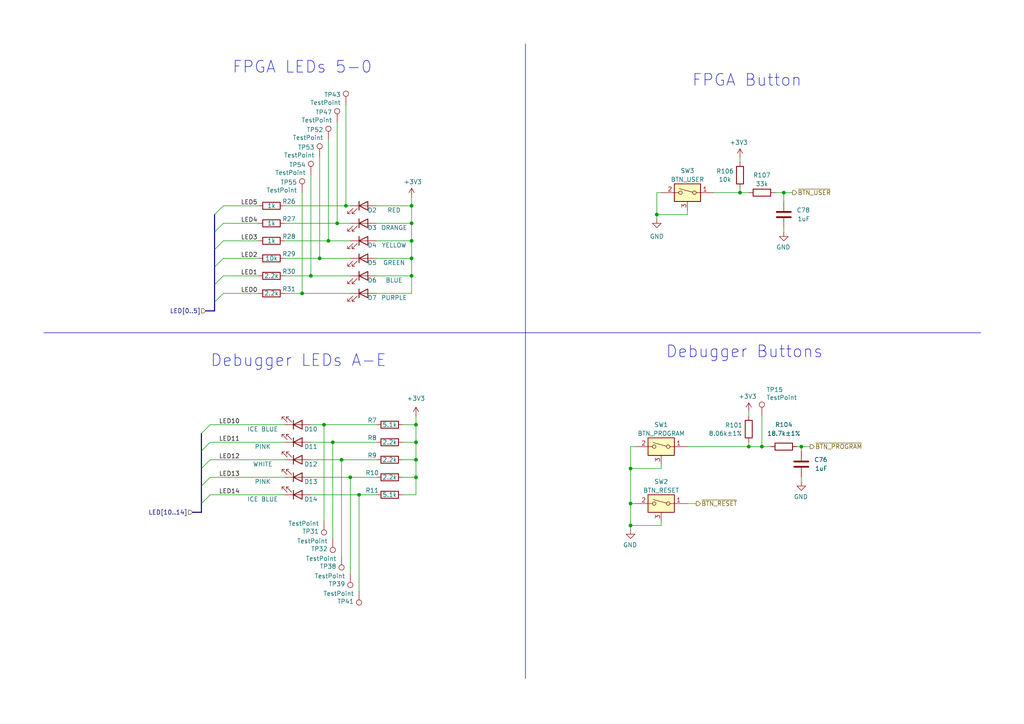
<source format=kicad_sch>
(kicad_sch (version 20230121) (generator eeschema)
  (paper "A4")
  (title_block (title "Cynthion") (date "${DATE}") (rev "${VERSION}") (company "Copyright 2019-2023 Great Scott Gadgets") (comment 1 "Licensed under the CERN-OHL-P v2"))
  (lib_symbols
    (symbol "Connector:TestPoint" (pin_numbers hide) (pin_names (offset 0.762) hide)
      (property "Reference" "TP" (at 0 6.858 0))
      (property "Value" "TestPoint" (at 0 5.08 0))
      (symbol "TestPoint_0_1"
        (circle (center 0 3.302) (radius 0.762))
      )
      (symbol "TestPoint_1_1"
        (pin passive line (at 0 0 90) (length 2.54) (name "1") (number "1"))
      )
    )
    (symbol "Device:C" (pin_numbers hide) (pin_names (offset 0.254))
      (property "Reference" "C" (at 0.635 2.54 0))
      (property "Value" "C" (at 0.635 -2.54 0))
      (symbol "C_0_1"
        (polyline (pts (xy -2.032 -0.762) (xy 2.032 -0.762)) (stroke (width 0.508)))
        (polyline (pts (xy -2.032 0.762) (xy 2.032 0.762)) (stroke (width 0.508)))
      )
      (symbol "C_1_1"
        (pin passive line (at 0 3.81 270) (length 2.794) (name "~") (number "1"))
        (pin passive line (at 0 -3.81 90) (length 2.794) (name "~") (number "2"))
      )
    )
    (symbol "Device:LED" (pin_numbers hide) (pin_names (offset 1.016) hide)
      (property "Reference" "D" (at 0 2.54 0))
      (property "Value" "LED" (at 0 -2.54 0))
      (symbol "LED_0_1"
        (polyline (pts (xy -1.27 -1.27) (xy -1.27 1.27)) (stroke (width 0.254)))
        (polyline (pts (xy -1.27 0) (xy 1.27 0)))
        (polyline (pts (xy 1.27 -1.27) (xy 1.27 1.27) (xy -1.27 0) (xy 1.27 -1.27)) (stroke (width 0.254)))
        (polyline (pts (xy -3.048 -0.762) (xy -4.572 -2.286) (xy -3.81 -2.286) (xy -4.572 -2.286) (xy -4.572 -1.524)))
        (polyline (pts (xy -1.778 -0.762) (xy -3.302 -2.286) (xy -2.54 -2.286) (xy -3.302 -2.286) (xy -3.302 -1.524)))
      )
      (symbol "LED_1_1"
        (pin passive line (at -3.81 0 0) (length 2.54) (name "K") (number "1"))
        (pin passive line (at 3.81 0 180) (length 2.54) (name "A") (number "2"))
      )
    )
    (symbol "Device:R" (pin_numbers hide) (pin_names (offset 0))
      (property "Reference" "R" (at 2.032 0 90))
      (property "Value" "R" (at 0 0 90))
      (symbol "R_0_1"
        (rectangle (start -1.016 -2.54) (end 1.016 2.54) (stroke (width 0.254)))
      )
      (symbol "R_1_1"
        (pin passive line (at 0 3.81 270) (length 1.27) (name "~") (number "1"))
        (pin passive line (at 0 -3.81 90) (length 1.27) (name "~") (number "2"))
      )
    )
    (symbol "power:+3V3" (power) (pin_names (offset 0))
      (property "Value" "+3V3" (at 0 3.556 0))
      (symbol "+3V3_0_1"
        (polyline (pts (xy -0.762 1.27) (xy 0 2.54)))
        (polyline (pts (xy 0 0) (xy 0 2.54)))
        (polyline (pts (xy 0 2.54) (xy 0.762 1.27)))
      )
      (symbol "+3V3_1_1"
        (pin power_in line (at 0 0 90) (length 0) hide (name "+3V3") (number "1"))
      )
    )
    (symbol "power:GND" (power) (pin_names (offset 0))
      (property "Value" "GND" (at 0 -3.81 0))
      (symbol "GND_0_1"
        (polyline (pts (xy 0 0) (xy 0 -1.27) (xy 1.27 -1.27) (xy 0 -2.54) (xy -1.27 -1.27) (xy 0 -1.27)))
      )
      (symbol "GND_1_1"
        (pin power_in line (at 0 0 270) (length 0) hide (name "GND") (number "1"))
      )
    )
    (symbol "support_hardware:SW_SPST_shielded" (pin_names (offset 0) hide)
      (property "Reference" "SW" (at 0 6.35 0))
      (property "Value" "SW_SPST_shielded" (at 0 3.81 0))
      (symbol "SW_SPST_shielded_0_0"
        (circle (center -2.032 0) (radius 0.508))
        (polyline (pts (xy -1.524 0.127) (xy 2.3622 1.1684)))
        (circle (center 2.032 0) (radius 0.508))
      )
      (symbol "SW_SPST_shielded_0_1"
        (rectangle (start -3.81 2.54) (end 3.81 -2.54) (stroke (width 0.254)) (fill (type background)))
      )
      (symbol "SW_SPST_shielded_1_1"
        (pin passive line (at -7.62 0 0) (length 5.08) (name "~") (number "1"))
        (pin passive line (at 7.62 0 180) (length 5.08) (name "~") (number "2"))
        (pin passive line (at 0 -5.08 90) (length 2.54) (name "SHIELD") (number "3"))
      )
    )
  )
  (junction (at 220.98 129.54))
  (junction (at 119.38 64.77))
  (junction (at 96.52 128.27))
  (junction (at 92.71 74.93))
  (junction (at 119.38 80.01))
  (junction (at 182.88 135.89))
  (junction (at 95.25 69.85))
  (junction (at 120.65 138.43))
  (junction (at 120.65 123.19))
  (junction (at 232.41 129.54))
  (junction (at 120.65 133.35))
  (junction (at 227.33 55.88))
  (junction (at 97.79 64.77))
  (junction (at 182.88 152.4))
  (junction (at 190.5 62.23))
  (junction (at 182.88 146.05))
  (junction (at 120.65 128.27))
  (junction (at 217.17 129.54))
  (junction (at 93.98 123.19))
  (junction (at 119.38 74.93))
  (junction (at 119.38 69.85))
  (junction (at 87.63 85.09))
  (junction (at 101.6 138.43))
  (junction (at 104.14 143.51))
  (junction (at 214.63 55.88))
  (junction (at 90.17 80.01))
  (junction (at 100.33 59.69))
  (junction (at 119.38 59.69))
  (junction (at 99.06 133.35))
  (bus_entry (at 60.96 133.35) (size -2.54 2.54))
  (bus_entry (at 60.96 123.19) (size -2.54 2.54))
  (bus_entry (at 60.96 128.27) (size -2.54 2.54))
  (bus_entry (at 64.77 74.93) (size -2.54 2.54))
  (bus_entry (at 64.77 69.85) (size -2.54 2.54))
  (bus_entry (at 60.96 143.51) (size -2.54 2.54))
  (bus_entry (at 64.77 80.01) (size -2.54 2.54))
  (bus_entry (at 60.96 138.43) (size -2.54 2.54))
  (bus_entry (at 64.77 85.09) (size -2.54 2.54))
  (bus_entry (at 64.77 64.77) (size -2.54 2.54))
  (bus_entry (at 64.77 59.69) (size -2.54 2.54))
  (wire (pts (xy 191.77 135.89) (xy 191.77 134.62)))
  (wire (pts (xy 95.25 69.85) (xy 101.6 69.85)))
  (wire (pts (xy 214.63 55.88) (xy 207.01 55.88)))
  (wire (pts (xy 119.38 59.69) (xy 119.38 64.77)))
  (wire (pts (xy 92.71 74.93) (xy 101.6 74.93)))
  (bus (pts (xy 58.42 130.81) (xy 58.42 135.89)))
  (wire (pts (xy 120.65 143.51) (xy 120.65 138.43)))
  (bus (pts (xy 62.23 77.47) (xy 62.23 82.55)))
  (wire (pts (xy 190.5 62.23) (xy 190.5 55.88)))
  (wire (pts (xy 97.79 64.77) (xy 101.6 64.77)))
  (wire (pts (xy 182.88 135.89) (xy 182.88 146.05)))
  (wire (pts (xy 104.14 171.45) (xy 104.14 143.51)))
  (wire (pts (xy 182.88 153.67) (xy 182.88 152.4)))
  (wire (pts (xy 182.88 129.54) (xy 182.88 135.89)))
  (wire (pts (xy 90.17 80.01) (xy 101.6 80.01)))
  (wire (pts (xy 232.41 139.7) (xy 232.41 138.43)))
  (wire (pts (xy 223.52 129.54) (xy 220.98 129.54)))
  (wire (pts (xy 64.77 69.85) (xy 74.93 69.85)))
  (wire (pts (xy 109.22 64.77) (xy 119.38 64.77)))
  (wire (pts (xy 182.88 146.05) (xy 182.88 152.4)))
  (wire (pts (xy 96.52 156.21) (xy 96.52 128.27)))
  (wire (pts (xy 120.65 128.27) (xy 120.65 123.19)))
  (wire (pts (xy 224.79 55.88) (xy 227.33 55.88)))
  (wire (pts (xy 217.17 55.88) (xy 214.63 55.88)))
  (bus (pts (xy 58.42 148.59) (xy 55.88 148.59)))
  (wire (pts (xy 90.17 138.43) (xy 101.6 138.43)))
  (wire (pts (xy 60.96 133.35) (xy 82.55 133.35)))
  (wire (pts (xy 87.63 55.88) (xy 87.63 85.09)))
  (wire (pts (xy 64.77 59.69) (xy 74.93 59.69)))
  (wire (pts (xy 92.71 45.72) (xy 92.71 74.93)))
  (wire (pts (xy 101.6 138.43) (xy 109.22 138.43)))
  (wire (pts (xy 199.39 62.23) (xy 190.5 62.23)))
  (wire (pts (xy 182.88 129.54) (xy 184.15 129.54)))
  (wire (pts (xy 60.96 128.27) (xy 82.55 128.27)))
  (wire (pts (xy 109.22 143.51) (xy 104.14 143.51)))
  (wire (pts (xy 220.98 120.65) (xy 220.98 129.54)))
  (polyline (pts (xy 12.7 96.52) (xy 284.48 96.52)))
  (wire (pts (xy 232.41 129.54) (xy 234.95 129.54)))
  (wire (pts (xy 191.77 152.4) (xy 182.88 152.4)))
  (wire (pts (xy 100.33 59.69) (xy 101.6 59.69)))
  (bus (pts (xy 62.23 67.31) (xy 62.23 72.39)))
  (wire (pts (xy 229.87 55.88) (xy 227.33 55.88)))
  (wire (pts (xy 119.38 64.77) (xy 119.38 69.85)))
  (wire (pts (xy 82.55 85.09) (xy 87.63 85.09)))
  (wire (pts (xy 201.93 146.05) (xy 199.39 146.05)))
  (bus (pts (xy 58.42 135.89) (xy 58.42 140.97)))
  (wire (pts (xy 120.65 123.19) (xy 120.65 120.65)))
  (wire (pts (xy 60.96 123.19) (xy 82.55 123.19)))
  (bus (pts (xy 62.23 90.17) (xy 59.69 90.17)))
  (wire (pts (xy 74.93 64.77) (xy 64.77 64.77)))
  (wire (pts (xy 119.38 69.85) (xy 119.38 74.93)))
  (wire (pts (xy 190.5 62.23) (xy 190.5 63.5)))
  (wire (pts (xy 109.22 69.85) (xy 119.38 69.85)))
  (bus (pts (xy 62.23 87.63) (xy 62.23 90.17)))
  (wire (pts (xy 95.25 40.64) (xy 95.25 69.85)))
  (wire (pts (xy 120.65 123.19) (xy 116.84 123.19)))
  (wire (pts (xy 109.22 128.27) (xy 96.52 128.27)))
  (wire (pts (xy 109.22 133.35) (xy 99.06 133.35)))
  (wire (pts (xy 116.84 138.43) (xy 120.65 138.43)))
  (wire (pts (xy 227.33 67.31) (xy 227.33 66.04)))
  (wire (pts (xy 93.98 123.19) (xy 109.22 123.19)))
  (wire (pts (xy 64.77 80.01) (xy 74.93 80.01)))
  (wire (pts (xy 109.22 59.69) (xy 119.38 59.69)))
  (wire (pts (xy 90.17 133.35) (xy 99.06 133.35)))
  (wire (pts (xy 109.22 74.93) (xy 119.38 74.93)))
  (wire (pts (xy 60.96 138.43) (xy 82.55 138.43)))
  (wire (pts (xy 214.63 45.72) (xy 214.63 46.99)))
  (wire (pts (xy 90.17 143.51) (xy 104.14 143.51)))
  (wire (pts (xy 182.88 146.05) (xy 184.15 146.05)))
  (wire (pts (xy 116.84 143.51) (xy 120.65 143.51)))
  (wire (pts (xy 82.55 74.93) (xy 92.71 74.93)))
  (wire (pts (xy 227.33 58.42) (xy 227.33 55.88)))
  (bus (pts (xy 58.42 140.97) (xy 58.42 146.05)))
  (wire (pts (xy 82.55 69.85) (xy 95.25 69.85)))
  (wire (pts (xy 217.17 119.38) (xy 217.17 120.65)))
  (wire (pts (xy 82.55 80.01) (xy 90.17 80.01)))
  (wire (pts (xy 116.84 128.27) (xy 120.65 128.27)))
  (bus (pts (xy 62.23 62.23) (xy 62.23 67.31)))
  (wire (pts (xy 60.96 143.51) (xy 82.55 143.51)))
  (bus (pts (xy 58.42 146.05) (xy 58.42 148.59)))
  (wire (pts (xy 90.17 50.8) (xy 90.17 80.01)))
  (wire (pts (xy 120.65 133.35) (xy 116.84 133.35)))
  (wire (pts (xy 93.98 151.13) (xy 93.98 123.19)))
  (wire (pts (xy 100.33 59.69) (xy 100.33 30.48)))
  (wire (pts (xy 232.41 130.81) (xy 232.41 129.54)))
  (wire (pts (xy 101.6 166.37) (xy 101.6 138.43)))
  (wire (pts (xy 74.93 74.93) (xy 64.77 74.93)))
  (wire (pts (xy 90.17 123.19) (xy 93.98 123.19)))
  (wire (pts (xy 96.52 128.27) (xy 90.17 128.27)))
  (wire (pts (xy 119.38 74.93) (xy 119.38 80.01)))
  (bus (pts (xy 62.23 72.39) (xy 62.23 77.47)))
  (bus (pts (xy 58.42 125.73) (xy 58.42 130.81)))
  (wire (pts (xy 82.55 59.69) (xy 100.33 59.69)))
  (wire (pts (xy 74.93 85.09) (xy 64.77 85.09)))
  (wire (pts (xy 119.38 59.69) (xy 119.38 57.15)))
  (wire (pts (xy 217.17 129.54) (xy 199.39 129.54)))
  (wire (pts (xy 217.17 129.54) (xy 217.17 128.27)))
  (wire (pts (xy 82.55 64.77) (xy 97.79 64.77)))
  (wire (pts (xy 109.22 80.01) (xy 119.38 80.01)))
  (polyline (pts (xy 152.4 12.7) (xy 152.4 196.85)))
  (wire (pts (xy 231.14 129.54) (xy 232.41 129.54)))
  (wire (pts (xy 199.39 62.23) (xy 199.39 60.96)))
  (bus (pts (xy 62.23 82.55) (xy 62.23 87.63)))
  (wire (pts (xy 120.65 138.43) (xy 120.65 133.35)))
  (wire (pts (xy 191.77 135.89) (xy 182.88 135.89)))
  (wire (pts (xy 87.63 85.09) (xy 101.6 85.09)))
  (wire (pts (xy 99.06 161.29) (xy 99.06 133.35)))
  (wire (pts (xy 120.65 133.35) (xy 120.65 128.27)))
  (wire (pts (xy 220.98 129.54) (xy 217.17 129.54)))
  (wire (pts (xy 191.77 152.4) (xy 191.77 151.13)))
  (wire (pts (xy 119.38 80.01) (xy 119.38 85.09)))
  (wire (pts (xy 214.63 55.88) (xy 214.63 54.61)))
  (wire (pts (xy 97.79 35.56) (xy 97.79 64.77)))
  (wire (pts (xy 119.38 85.09) (xy 109.22 85.09)))
  (wire (pts (xy 190.5 55.88) (xy 191.77 55.88)))
  (text "FPGA Button" (at 200.66 25.4 0) (effects (font (size 3.4036 3.4036)) (justify left bottom)))
  (text "Debugger Buttons" (at 193.04 104.14 0) (effects (font (size 3.4036 3.4036)) (justify left bottom)))
  (text "FPGA LEDs 5-0" (at 67.31 21.59 0) (effects (font (size 3.4036 3.4036)) (justify left bottom)))
  (text "Debugger LEDs A-E" (at 60.96 106.68 0) (effects (font (size 3.4036 3.4036)) (justify left bottom)))
  (label "LED14" (at 63.5 143.51 0))
  (label "LED10" (at 63.5 123.19 0))
  (label "LED2" (at 69.85 74.93 0))
  (label "LED12" (at 63.5 133.35 0))
  (label "LED13" (at 63.5 138.43 0))
  (label "LED0" (at 69.85 85.09 0))
  (label "LED11" (at 63.5 128.27 0))
  (label "LED4" (at 69.85 64.77 0))
  (label "LED5" (at 69.85 59.69 0))
  (label "LED1" (at 69.85 80.01 0))
  (label "LED3" (at 69.85 69.85 0))
  (hierarchical_label "~{BTN_PROGRAM}" (shape output) (at 234.95 129.54 0))
  (hierarchical_label "LED[10..14]" (shape input) (at 55.88 148.59 180))
  (hierarchical_label "~{BTN_USER}" (shape output) (at 229.87 55.88 0))
  (hierarchical_label "LED[0..5]" (shape input) (at 59.69 90.17 180))
  (hierarchical_label "~{BTN_RESET}" (shape output) (at 201.93 146.05 0))
  (symbol (lib_id "Device:R") (at 78.74 74.93 270) (mirror x) (unit 1)
    (property "Reference" "R29" (at 83.82 73.66 90))
    (property "Value" "10k" (at 78.74 74.93 90))
    (property "Footprint" "Resistor_SMD:R_0402_1005Metric" (effects hide))
    (property "Part Number" "RC0402JR-0710KL" (effects hide))
    (property "Substitution" "any equivalent" (effects hide))
    (property "Description" "RES 10K OHM 5% 1/16W 0402" (effects hide))
    (property "Manufacturer" "Yageo" (effects hide))
  )
  (symbol (lib_id "Device:R") (at 78.74 80.01 270) (unit 1)
    (property "Reference" "R30" (at 83.82 78.74 90))
    (property "Value" "2.2k" (at 78.74 80.01 90))
    (property "Footprint" "Resistor_SMD:R_0402_1005Metric" (effects hide))
    (property "Part Number" "RC0402JR-072K2L" (effects hide))
    (property "Substitution" "any equivalent" (effects hide))
    (property "Description" "RES 2.2K OHM 5% 1/16W 0402" (effects hide))
    (property "Manufacturer" "Yageo" (effects hide))
  )
  (symbol (lib_id "Device:R") (at 78.74 85.09 270) (unit 1)
    (property "Reference" "R31" (at 83.82 83.82 90))
    (property "Value" "2.2k" (at 78.74 85.09 90))
    (property "Footprint" "Resistor_SMD:R_0402_1005Metric" (effects hide))
    (property "Part Number" "RC0402JR-072K2L" (effects hide))
    (property "Substitution" "any equivalent" (effects hide))
    (property "Description" "RES 2.2K OHM 5% 1/16W 0402" (effects hide))
    (property "Manufacturer" "Yageo" (effects hide))
  )
  (symbol (lib_id "Device:R") (at 78.74 59.69 270) (unit 1)
    (property "Reference" "R26" (at 83.82 58.42 90))
    (property "Value" "1k" (at 78.74 59.69 90))
    (property "Footprint" "Resistor_SMD:R_0402_1005Metric" (effects hide))
    (property "Part Number" "RC0402JR-071KL" (effects hide))
    (property "Substitution" "any equivalent" (effects hide))
    (property "Description" "RES 1K OHM 5% 1/16W 0402" (effects hide))
    (property "Manufacturer" "Yageo" (effects hide))
  )
  (symbol (lib_id "Device:R") (at 78.74 64.77 270) (unit 1)
    (property "Reference" "R27" (at 83.82 63.5 90))
    (property "Value" "1k" (at 78.74 64.77 90))
    (property "Footprint" "Resistor_SMD:R_0402_1005Metric" (effects hide))
    (property "Part Number" "RC0402JR-071KL" (effects hide))
    (property "Substitution" "any equivalent" (effects hide))
    (property "Description" "RES 1K OHM 5% 1/16W 0402" (effects hide))
    (property "Manufacturer" "Yageo" (effects hide))
  )
  (symbol (lib_id "Device:R") (at 78.74 69.85 270) (unit 1)
    (property "Reference" "R28" (at 83.82 68.58 90))
    (property "Value" "1k" (at 78.74 69.85 90))
    (property "Footprint" "Resistor_SMD:R_0402_1005Metric" (effects hide))
    (property "Part Number" "RC0402JR-071KL" (effects hide))
    (property "Substitution" "any equivalent" (effects hide))
    (property "Description" "RES 1K OHM 5% 1/16W 0402" (effects hide))
    (property "Manufacturer" "Yageo" (effects hide))
  )
  (symbol (lib_id "Device:LED") (at 105.41 59.69 0) (unit 1)
    (property "Reference" "D2" (at 107.95 60.96 0))
    (property "Value" "RED" (at 114.3 60.96 0))
    (property "Footprint" "LED_SMD:LED_0603_1608Metric" (effects hide))
    (property "Part Number" "OSR50603C1E" (effects hide))
    (property "Manufacturer" "OptoSupply" (effects hide))
    (property "Description" "LED SMD 0603 RED" (effects hide))
  )
  (symbol (lib_id "Device:LED") (at 105.41 69.85 0) (unit 1)
    (property "Reference" "D4" (at 107.95 71.12 0))
    (property "Value" "YELLOW" (at 114.3 71.12 0))
    (property "Footprint" "LED_SMD:LED_0603_1608Metric" (effects hide))
    (property "Part Number" "E6C0603UYAC1UDA" (effects hide))
    (property "Manufacturer" "EKINGLUX" (effects hide))
    (property "Description" "LED SMD 0603 YELLOW" (effects hide))
  )
  (symbol (lib_id "Device:LED") (at 105.41 74.93 0) (unit 1)
    (property "Reference" "D5" (at 107.95 76.2 0))
    (property "Value" "GREEN" (at 114.3 76.2 0))
    (property "Footprint" "LED_SMD:LED_0603_1608Metric" (effects hide))
    (property "Part Number" "ORH-G36G" (effects hide))
    (property "Manufacturer" "Orient" (effects hide))
    (property "Description" "LED SMD 0603 GREEN" (effects hide))
  )
  (symbol (lib_id "Device:LED") (at 105.41 80.01 0) (unit 1)
    (property "Reference" "D6" (at 107.95 81.28 0))
    (property "Value" "BLUE" (at 114.3 81.28 0))
    (property "Footprint" "LED_SMD:LED_0603_1608Metric" (effects hide))
    (property "Part Number" "ORH-B36G" (effects hide))
    (property "Manufacturer" "Orient" (effects hide))
    (property "Description" "LED SMD 0603 BLUE" (effects hide))
  )
  (symbol (lib_id "Device:LED") (at 105.41 85.09 0) (unit 1)
    (property "Reference" "D7" (at 107.95 86.36 0))
    (property "Value" "PURPLE" (at 114.3 86.36 0))
    (property "Footprint" "LED_SMD:LED_0603_1608Metric" (effects hide))
    (property "Part Number" "OSVX0603C1E" (effects hide))
    (property "Manufacturer" "OptoSupply" (effects hide))
    (property "Description" "LED SMD 0603 VIOLET" (effects hide))
  )
  (symbol (lib_id "power:+3V3") (at 119.38 57.15 0) (unit 1)
    (property "Reference" "#PWR0129" (effects hide))
    (property "Value" "+3V3" (at 119.7356 52.7558 0))
  )
  (symbol (lib_id "Device:LED") (at 105.41 64.77 0) (unit 1)
    (property "Reference" "D3" (at 107.95 66.04 0))
    (property "Value" "ORANGE" (at 114.3 66.04 0))
    (property "Footprint" "LED_SMD:LED_0603_1608Metric" (effects hide))
    (property "Part Number" "E6C0603SEAC1UDA" (effects hide))
    (property "Manufacturer" "EKINGLUX" (effects hide))
    (property "Description" "LED SMD 0603 ORANGE" (effects hide))
  )
  (symbol (lib_id "support_hardware:SW_SPST_shielded") (at 191.77 146.05 0) (mirror y) (unit 1)
    (property "Reference" "SW2" (at 191.77 139.7 0))
    (property "Value" "BTN_RESET" (at 191.77 142.24 0))
    (property "Footprint" "cynthion:SW_Tactile_SPST_Angled_TC-1109DE-B-F" (effects hide))
    (property "Description" "SWITCH TACTILE SPST-NO 0.05A 12V" (effects hide))
    (property "Manufacturer" "XKB" (effects hide))
    (property "Part Number" "TC-1109DE-B-F" (effects hide))
    (property "Substitution" "DEALON TC-1150DL-6.0H-160" (effects hide))
  )
  (symbol (lib_id "Connector:TestPoint") (at 87.63 55.88 0) (mirror y) (unit 1) (in_bom no)
    (property "Reference" "TP55" (at 86.1568 52.8828 0) (effects (justify left)))
    (property "Value" "TestPoint" (at 86.1568 55.1688 0) (effects (justify left)))
    (property "Footprint" "TestPoint:TestPoint_Pad_D1.0mm" (effects hide))
  )
  (symbol (lib_id "Device:LED") (at 86.36 128.27 0) (mirror x) (unit 1)
    (property "Reference" "D11" (at 90.17 129.54 0))
    (property "Value" "PINK" (at 76.2 129.54 0))
    (property "Footprint" "LED_SMD:LED_0603_1608Metric" (effects hide))
    (property "Part Number" "OSK40603C1E" (effects hide))
    (property "Manufacturer" "OptoSupply" (effects hide))
    (property "Description" "LED SMD 0603 PINK" (effects hide))
  )
  (symbol (lib_id "Device:LED") (at 86.36 143.51 0) (mirror x) (unit 1)
    (property "Reference" "D14" (at 90.17 144.78 0))
    (property "Value" "ICE BLUE" (at 76.2 144.78 0))
    (property "Footprint" "LED_SMD:LED_0603_1608Metric" (effects hide))
    (property "Part Number" "MHT192WDT-ICE" (effects hide))
    (property "Manufacturer" "MEIHUA" (effects hide))
    (property "Description" "LED SMD 0603 ICE BLUE" (effects hide))
  )
  (symbol (lib_id "Device:LED") (at 86.36 123.19 0) (mirror x) (unit 1)
    (property "Reference" "D10" (at 90.17 124.46 0))
    (property "Value" "ICE BLUE" (at 76.2 124.46 0))
    (property "Footprint" "LED_SMD:LED_0603_1608Metric" (effects hide))
    (property "Part Number" "MHT192WDT-ICE" (effects hide))
    (property "Manufacturer" "MEIHUA" (effects hide))
    (property "Description" "LED SMD 0603 ICE BLUE" (effects hide))
  )
  (symbol (lib_id "Connector:TestPoint") (at 95.25 40.64 0) (mirror y) (unit 1) (in_bom no)
    (property "Reference" "TP52" (at 93.7768 37.6428 0) (effects (justify left)))
    (property "Value" "TestPoint" (at 93.7768 39.9288 0) (effects (justify left)))
    (property "Footprint" "TestPoint:TestPoint_Pad_D1.0mm" (effects hide))
  )
  (symbol (lib_id "Connector:TestPoint") (at 90.17 50.8 0) (mirror y) (unit 1) (in_bom no)
    (property "Reference" "TP54" (at 88.6968 47.8028 0) (effects (justify left)))
    (property "Value" "TestPoint" (at 88.6968 50.0888 0) (effects (justify left)))
    (property "Footprint" "TestPoint:TestPoint_Pad_D1.0mm" (effects hide))
  )
  (symbol (lib_id "Device:LED") (at 86.36 138.43 0) (mirror x) (unit 1)
    (property "Reference" "D13" (at 90.17 139.7 0))
    (property "Value" "PINK" (at 76.2 139.7 0))
    (property "Footprint" "LED_SMD:LED_0603_1608Metric" (effects hide))
    (property "Part Number" "OSK40603C1E" (effects hide))
    (property "Manufacturer" "OptoSupply" (effects hide))
    (property "Description" "LED SMD 0603 PINK" (effects hide))
  )
  (symbol (lib_id "Device:R") (at 214.63 50.8 0) (mirror y) (unit 1)
    (property "Reference" "R106" (at 212.852 49.657 0) (effects (justify left)))
    (property "Value" "10k" (at 212.09 52.07 0) (effects (justify left)))
    (property "Footprint" "Resistor_SMD:R_0402_1005Metric" (effects hide))
    (property "Part Number" "RC0402JR-0710KL" (effects hide))
    (property "Substitution" "any equivalent" (effects hide))
    (property "Description" "RES 10K OHM 5% 1/16W 0402" (effects hide))
    (property "Manufacturer" "Yageo" (effects hide))
  )
  (symbol (lib_id "Connector:TestPoint") (at 101.6 166.37 180) (unit 1) (in_bom no)
    (property "Reference" "TP39" (at 100.1268 169.3672 0) (effects (justify left)))
    (property "Value" "TestPoint" (at 100.1268 167.0812 0) (effects (justify left)))
    (property "Footprint" "TestPoint:TestPoint_Pad_D1.0mm" (effects hide))
  )
  (symbol (lib_id "Device:R") (at 113.03 138.43 270) (unit 1)
    (property "Reference" "R10" (at 107.95 137.16 90))
    (property "Value" "2.2k" (at 113.03 138.43 90))
    (property "Footprint" "Resistor_SMD:R_0402_1005Metric" (effects hide))
    (property "Part Number" "RC0402JR-072K2L" (effects hide))
    (property "Substitution" "any equivalent" (effects hide))
    (property "Description" "RES 2.2K OHM 5% 1/16W 0402" (effects hide))
    (property "Manufacturer" "Yageo" (effects hide))
  )
  (symbol (lib_id "Device:R") (at 217.17 124.46 0) (mirror y) (unit 1)
    (property "Reference" "R101" (at 215.392 123.317 0) (effects (justify left)))
    (property "Value" "8.06k±1%" (at 215.265 125.73 0) (effects (justify left)))
    (property "Footprint" "Resistor_SMD:R_0402_1005Metric" (effects hide))
    (property "Part Number" "ERJ-2RKF8061X" (effects hide))
    (property "Substitution" "any equivalent" (effects hide))
    (property "Description" "RES SMD 8.06K OHM 1% 1/10W 0402" (effects hide))
    (property "Manufacturer" "Panasonic" (effects hide))
  )
  (symbol (lib_id "Device:C") (at 232.41 134.62 0) (mirror y) (unit 1)
    (property "Reference" "C76" (at 240.03 133.35 0) (effects (justify left)))
    (property "Value" "1uF" (at 240.03 135.89 0) (effects (justify left)))
    (property "Footprint" "Capacitor_SMD:C_0402_1005Metric" (effects hide))
    (property "Part Number" "CL05A105MQ5NNNC" (effects hide))
    (property "Substitution" "CL05A105KQ5NNNC, CL05A105KP5NNNC, CL05A105KO5NNNC" (effects hide))
    (property "Description" "CAP CER 1UF 6.3V X5R 0402 20%" (effects hide))
    (property "Manufacturer" "Samsung" (effects hide))
  )
  (symbol (lib_id "Device:C") (at 227.33 62.23 0) (mirror y) (unit 1)
    (property "Reference" "C78" (at 234.95 60.96 0) (effects (justify left)))
    (property "Value" "1uF" (at 234.95 63.5 0) (effects (justify left)))
    (property "Footprint" "Capacitor_SMD:C_0402_1005Metric" (effects hide))
    (property "Part Number" "CL05A105MQ5NNNC" (effects hide))
    (property "Substitution" "CL05A105KQ5NNNC, CL05A105KP5NNNC, CL05A105KO5NNNC" (effects hide))
    (property "Description" "CAP CER 1UF 6.3V X5R 0402 20%" (effects hide))
    (property "Manufacturer" "Samsung" (effects hide))
  )
  (symbol (lib_id "Device:R") (at 227.33 129.54 270) (mirror x) (unit 1)
    (property "Reference" "R104" (at 227.33 123.19 90))
    (property "Value" "18.7k±1%" (at 227.33 125.7331 90))
    (property "Footprint" "Resistor_SMD:R_0402_1005Metric" (effects hide))
    (property "Description" "RES SMD 18.7K OHM 1% 1/10W 0402" (effects hide))
    (property "Manufacturer" "Panasonic" (effects hide))
    (property "Part Number" "ERJ-2RKF1872X" (effects hide))
    (property "Substitution" "any equivalent" (effects hide))
  )
  (symbol (lib_id "Device:R") (at 113.03 133.35 270) (unit 1)
    (property "Reference" "R9" (at 107.95 132.08 90))
    (property "Value" "2.2k" (at 113.03 133.35 90))
    (property "Footprint" "Resistor_SMD:R_0402_1005Metric" (effects hide))
    (property "Part Number" "RC0402JR-072K2L" (effects hide))
    (property "Substitution" "any equivalent" (effects hide))
    (property "Description" "RES 2.2K OHM 5% 1/16W 0402" (effects hide))
    (property "Manufacturer" "Yageo" (effects hide))
  )
  (symbol (lib_id "Connector:TestPoint") (at 220.98 120.65 0) (unit 1) (in_bom no)
    (property "Reference" "TP15" (at 222.25 113.03 0) (effects (justify left)))
    (property "Value" "TestPoint" (at 222.25 115.316 0) (effects (justify left)))
    (property "Footprint" "TestPoint:TestPoint_Pad_D1.0mm" (effects hide))
  )
  (symbol (lib_id "Connector:TestPoint") (at 104.14 171.45 180) (unit 1) (in_bom no)
    (property "Reference" "TP41" (at 102.6668 174.4472 0) (effects (justify left)))
    (property "Value" "TestPoint" (at 102.6668 172.1612 0) (effects (justify left)))
    (property "Footprint" "TestPoint:TestPoint_Pad_D1.0mm" (effects hide))
  )
  (symbol (lib_id "Device:R") (at 113.03 143.51 270) (mirror x) (unit 1)
    (property "Reference" "R11" (at 107.95 142.24 90))
    (property "Value" "5.1k" (at 113.03 143.51 90))
    (property "Footprint" "Resistor_SMD:R_0402_1005Metric" (effects hide))
    (property "Part Number" "RC0402JR-075K1L" (effects hide))
    (property "Substitution" "any equivalent" (effects hide))
    (property "Description" "RES 5.1K OHM 5% 1/16W 0402" (effects hide))
    (property "Manufacturer" "Yageo" (effects hide))
  )
  (symbol (lib_id "power:GND") (at 227.33 67.31 0) (mirror y) (unit 1)
    (property "Reference" "#PWR0102" (effects hide))
    (property "Value" "GND" (at 227.203 71.7042 0))
  )
  (symbol (lib_id "Connector:TestPoint") (at 97.79 35.56 0) (mirror y) (unit 1) (in_bom no)
    (property "Reference" "TP47" (at 96.3168 32.5628 0) (effects (justify left)))
    (property "Value" "TestPoint" (at 96.3168 34.8488 0) (effects (justify left)))
    (property "Footprint" "TestPoint:TestPoint_Pad_D1.0mm" (effects hide))
  )
  (symbol (lib_id "Connector:TestPoint") (at 96.52 156.21 180) (unit 1) (in_bom no)
    (property "Reference" "TP32" (at 95.0468 159.2072 0) (effects (justify left)))
    (property "Value" "TestPoint" (at 95.0468 156.9212 0) (effects (justify left)))
    (property "Footprint" "TestPoint:TestPoint_Pad_D1.0mm" (effects hide))
  )
  (symbol (lib_id "power:+3V3") (at 120.65 120.65 0) (unit 1)
    (property "Reference" "#PWR047" (effects hide))
    (property "Value" "+3V3" (at 120.65 115.57 0))
  )
  (symbol (lib_id "Connector:TestPoint") (at 92.71 45.72 0) (mirror y) (unit 1) (in_bom no)
    (property "Reference" "TP53" (at 91.2368 42.7228 0) (effects (justify left)))
    (property "Value" "TestPoint" (at 91.2368 45.0088 0) (effects (justify left)))
    (property "Footprint" "TestPoint:TestPoint_Pad_D1.0mm" (effects hide))
  )
  (symbol (lib_id "Connector:TestPoint") (at 100.33 30.48 0) (mirror y) (unit 1) (in_bom no)
    (property "Reference" "TP43" (at 98.8568 27.4828 0) (effects (justify left)))
    (property "Value" "TestPoint" (at 98.8568 29.7688 0) (effects (justify left)))
    (property "Footprint" "TestPoint:TestPoint_Pad_D1.0mm" (effects hide))
  )
  (symbol (lib_id "Device:LED") (at 86.36 133.35 0) (mirror x) (unit 1)
    (property "Reference" "D12" (at 90.17 134.62 0))
    (property "Value" "WHITE" (at 76.2 134.62 0))
    (property "Footprint" "LED_SMD:LED_0603_1608Metric" (effects hide))
    (property "Part Number" "ORH-W46G" (effects hide))
    (property "Manufacturer" "Orient" (effects hide))
    (property "Description" "LED SMD 0603 WHITE" (effects hide))
  )
  (symbol (lib_id "power:GND") (at 190.5 63.5 0) (unit 1)
    (property "Reference" "#PWR089" (effects hide))
    (property "Value" "GND" (at 190.5 68.58 0))
  )
  (symbol (lib_id "Device:R") (at 113.03 123.19 270) (mirror x) (unit 1)
    (property "Reference" "R7" (at 107.95 121.92 90))
    (property "Value" "5.1k" (at 113.03 123.19 90))
    (property "Footprint" "Resistor_SMD:R_0402_1005Metric" (effects hide))
    (property "Part Number" "RC0402JR-075K1L" (effects hide))
    (property "Substitution" "any equivalent" (effects hide))
    (property "Description" "RES 5.1K OHM 5% 1/16W 0402" (effects hide))
    (property "Manufacturer" "Yageo" (effects hide))
  )
  (symbol (lib_id "Connector:TestPoint") (at 99.06 161.29 180) (unit 1) (in_bom no)
    (property "Reference" "TP38" (at 97.5868 164.2872 0) (effects (justify left)))
    (property "Value" "TestPoint" (at 97.5868 162.0012 0) (effects (justify left)))
    (property "Footprint" "TestPoint:TestPoint_Pad_D1.0mm" (effects hide))
  )
  (symbol (lib_id "power:GND") (at 232.41 139.7 0) (mirror y) (unit 1)
    (property "Reference" "#PWR016" (effects hide))
    (property "Value" "GND" (at 232.283 144.0942 0))
  )
  (symbol (lib_id "Connector:TestPoint") (at 93.98 151.13 180) (unit 1) (in_bom no)
    (property "Reference" "TP31" (at 92.5068 154.1272 0) (effects (justify left)))
    (property "Value" "TestPoint" (at 92.5068 151.8412 0) (effects (justify left)))
    (property "Footprint" "TestPoint:TestPoint_Pad_D1.0mm" (effects hide))
  )
  (symbol (lib_id "Device:R") (at 113.03 128.27 270) (unit 1)
    (property "Reference" "R8" (at 107.95 127 90))
    (property "Value" "2.2k" (at 113.03 128.27 90))
    (property "Footprint" "Resistor_SMD:R_0402_1005Metric" (effects hide))
    (property "Part Number" "RC0402JR-072K2L" (effects hide))
    (property "Substitution" "any equivalent" (effects hide))
    (property "Description" "RES 2.2K OHM 5% 1/16W 0402" (effects hide))
    (property "Manufacturer" "Yageo" (effects hide))
  )
  (symbol (lib_id "power:+3V3") (at 217.17 119.38 0) (mirror y) (unit 1)
    (property "Reference" "#PWR08" (effects hide))
    (property "Value" "+3V3" (at 216.8144 114.9858 0))
  )
  (symbol (lib_id "power:+3V3") (at 214.63 45.72 0) (mirror y) (unit 1)
    (property "Reference" "#PWR060" (effects hide))
    (property "Value" "+3V3" (at 214.2744 41.3258 0))
  )
  (symbol (lib_id "Device:R") (at 220.98 55.88 270) (mirror x) (unit 1)
    (property "Reference" "R107" (at 220.98 50.8 90))
    (property "Value" "33k" (at 220.98 53.34 90))
    (property "Footprint" "Resistor_SMD:R_0402_1005Metric" (effects hide))
    (property "Description" "RES SMD 33K OHM 5% 1/10W 0402" (effects hide))
    (property "Manufacturer" "Panasonic" (effects hide))
    (property "Part Number" "ERJ-2GEJ333X" (effects hide))
    (property "Substitution" "any equivalent" (effects hide))
  )
  (symbol (lib_id "support_hardware:SW_SPST_shielded") (at 199.39 55.88 0) (mirror y) (unit 1)
    (property "Reference" "SW3" (at 199.39 49.53 0))
    (property "Value" "BTN_USER" (at 199.39 52.07 0))
    (property "Footprint" "cynthion:SW_Tactile_SPST_Angled_TC-1109DE-B-F" (effects hide))
    (property "Description" "SWITCH TACTILE SPST-NO 0.05A 12V" (effects hide))
    (property "Manufacturer" "XKB" (effects hide))
    (property "Part Number" "TC-1109DE-B-F" (effects hide))
    (property "Substitution" "DEALON TC-1150DL-6.0H-160" (effects hide))
  )
  (symbol (lib_id "support_hardware:SW_SPST_shielded") (at 191.77 129.54 0) (mirror y) (unit 1)
    (property "Reference" "SW1" (at 191.77 123.19 0))
    (property "Value" "BTN_PROGRAM" (at 191.77 125.73 0))
    (property "Footprint" "cynthion:SW_Tactile_SPST_Angled_TC-1109DE-B-F" (effects hide))
    (property "Description" "SWITCH TACTILE SPST-NO 0.05A 12V" (effects hide))
    (property "Manufacturer" "XKB" (effects hide))
    (property "Part Number" "TC-1109DE-B-F" (effects hide))
    (property "Substitution" "DEALON TC-1150DL-6.0H-160" (effects hide))
  )
  (symbol (lib_id "power:GND") (at 182.88 153.67 0) (mirror y) (unit 1)
    (property "Reference" "#PWR0254" (effects hide))
    (property "Value" "GND" (at 182.753 158.0642 0))
  )
)
</source>
